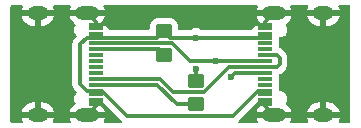
<source format=gtl>
G04 #@! TF.GenerationSoftware,KiCad,Pcbnew,8.0.4*
G04 #@! TF.CreationDate,2024-12-01T16:30:53-06:00*
G04 #@! TF.ProjectId,SuzyQ,53757a79-512e-46b6-9963-61645f706362,1.0*
G04 #@! TF.SameCoordinates,Original*
G04 #@! TF.FileFunction,Copper,L1,Top*
G04 #@! TF.FilePolarity,Positive*
%FSLAX46Y46*%
G04 Gerber Fmt 4.6, Leading zero omitted, Abs format (unit mm)*
G04 Created by KiCad (PCBNEW 8.0.4) date 2024-12-01 16:30:53*
%MOMM*%
%LPD*%
G01*
G04 APERTURE LIST*
G04 Aperture macros list*
%AMRoundRect*
0 Rectangle with rounded corners*
0 $1 Rounding radius*
0 $2 $3 $4 $5 $6 $7 $8 $9 X,Y pos of 4 corners*
0 Add a 4 corners polygon primitive as box body*
4,1,4,$2,$3,$4,$5,$6,$7,$8,$9,$2,$3,0*
0 Add four circle primitives for the rounded corners*
1,1,$1+$1,$2,$3*
1,1,$1+$1,$4,$5*
1,1,$1+$1,$6,$7*
1,1,$1+$1,$8,$9*
0 Add four rect primitives between the rounded corners*
20,1,$1+$1,$2,$3,$4,$5,0*
20,1,$1+$1,$4,$5,$6,$7,0*
20,1,$1+$1,$6,$7,$8,$9,0*
20,1,$1+$1,$8,$9,$2,$3,0*%
G04 Aperture macros list end*
G04 #@! TA.AperFunction,SMDPad,CuDef*
%ADD10RoundRect,0.250000X0.450000X-0.350000X0.450000X0.350000X-0.450000X0.350000X-0.450000X-0.350000X0*%
G04 #@! TD*
G04 #@! TA.AperFunction,SMDPad,CuDef*
%ADD11R,1.300000X0.300000*%
G04 #@! TD*
G04 #@! TA.AperFunction,ComponentPad*
%ADD12O,1.800000X1.200000*%
G04 #@! TD*
G04 #@! TA.AperFunction,ComponentPad*
%ADD13O,2.000000X1.200000*%
G04 #@! TD*
G04 #@! TA.AperFunction,ViaPad*
%ADD14C,0.600000*%
G04 #@! TD*
G04 #@! TA.AperFunction,Conductor*
%ADD15C,0.300000*%
G04 #@! TD*
G04 APERTURE END LIST*
D10*
X125200000Y-90900000D03*
X125200000Y-88900000D03*
X122500000Y-86700000D03*
X122500000Y-84700000D03*
D11*
X131060000Y-90550000D03*
X131060000Y-89750000D03*
X131060000Y-89250000D03*
X131060000Y-88250000D03*
X131060000Y-86750000D03*
X131060000Y-85750000D03*
X131060000Y-85250000D03*
X131060000Y-84450000D03*
X131060000Y-84150000D03*
X131060000Y-84950000D03*
X131060000Y-86250000D03*
X131060000Y-87250000D03*
X131060000Y-87750000D03*
X131060000Y-88750000D03*
X131060000Y-90050000D03*
X131060000Y-90850000D03*
D12*
X136000000Y-91830000D03*
X136000000Y-83170000D03*
D13*
X131820000Y-83170000D03*
X131820000Y-91830000D03*
X116010000Y-83170000D03*
X116010000Y-91830000D03*
D12*
X111830000Y-91830000D03*
X111830000Y-83170000D03*
D11*
X116770000Y-84150000D03*
X116770000Y-84950000D03*
X116770000Y-86250000D03*
X116770000Y-87250000D03*
X116770000Y-87750000D03*
X116770000Y-88750000D03*
X116770000Y-90050000D03*
X116770000Y-90850000D03*
X116770000Y-90550000D03*
X116770000Y-89750000D03*
X116770000Y-89250000D03*
X116770000Y-88250000D03*
X116770000Y-86750000D03*
X116770000Y-85750000D03*
X116770000Y-85250000D03*
X116770000Y-84450000D03*
D14*
X126900000Y-87250000D03*
X128200000Y-88600000D03*
X125200000Y-85250000D03*
X125200000Y-87900000D03*
D15*
X126900000Y-87250000D02*
X131060000Y-87250000D01*
X124705456Y-87250000D02*
X126900000Y-87250000D01*
X128550000Y-88250000D02*
X128200000Y-88600000D01*
X131060000Y-88250000D02*
X128550000Y-88250000D01*
X125200000Y-88900000D02*
X125200000Y-87900000D01*
X132060000Y-87750000D02*
X131060000Y-87750000D01*
X132300000Y-87510000D02*
X132060000Y-87750000D01*
X132060000Y-86750000D02*
X132300000Y-86990000D01*
X131060000Y-86750000D02*
X132060000Y-86750000D01*
X132300000Y-86990000D02*
X132300000Y-87510000D01*
X115956016Y-85250000D02*
X116770000Y-85250000D01*
X115400000Y-89193984D02*
X115400000Y-85806016D01*
X115956016Y-89750000D02*
X115400000Y-89193984D01*
X115400000Y-85806016D02*
X115956016Y-85250000D01*
X116770000Y-89750000D02*
X115956016Y-89750000D01*
X131060000Y-84950000D02*
X131060000Y-85250000D01*
X131060000Y-84150000D02*
X131060000Y-84450000D01*
X131060000Y-90050000D02*
X131060000Y-89750000D01*
X131060000Y-90550000D02*
X131060000Y-90850000D01*
X116770000Y-84450000D02*
X116770000Y-84150000D01*
X116770000Y-90550000D02*
X116770000Y-90850000D01*
X131060000Y-83930000D02*
X131820000Y-83170000D01*
X131060000Y-84450000D02*
X131060000Y-83930000D01*
X131060000Y-90550000D02*
X131060000Y-91070000D01*
X131060000Y-91070000D02*
X131820000Y-91830000D01*
X116770000Y-83930000D02*
X116010000Y-83170000D01*
X116770000Y-84150000D02*
X116770000Y-83930000D01*
X116770000Y-90850000D02*
X116770000Y-91070000D01*
X116770000Y-91070000D02*
X116010000Y-91830000D01*
X123050000Y-85250000D02*
X122500000Y-84700000D01*
X131060000Y-85250000D02*
X123050000Y-85250000D01*
X121950000Y-85250000D02*
X116770000Y-85250000D01*
X122500000Y-84700000D02*
X121950000Y-85250000D01*
X130450000Y-89750000D02*
X131060000Y-89750000D01*
X128350000Y-91850000D02*
X130450000Y-89750000D01*
X119370000Y-91850000D02*
X128350000Y-91850000D01*
X116770000Y-89750000D02*
X117270000Y-89750000D01*
X117270000Y-89750000D02*
X119370000Y-91850000D01*
X123592894Y-90900000D02*
X125200000Y-90900000D01*
X121942894Y-89250000D02*
X123592894Y-90900000D01*
X116770000Y-89250000D02*
X121942894Y-89250000D01*
X122050000Y-86250000D02*
X122500000Y-86700000D01*
X116770000Y-86250000D02*
X122050000Y-86250000D01*
X122150000Y-88750000D02*
X116770000Y-88750000D01*
X123300000Y-89900000D02*
X122150000Y-88750000D01*
X125855456Y-89900000D02*
X123300000Y-89900000D01*
X128005456Y-87750000D02*
X125855456Y-89900000D01*
X131060000Y-87750000D02*
X128005456Y-87750000D01*
X116770000Y-85750000D02*
X123205456Y-85750000D01*
X123205456Y-85750000D02*
X124705456Y-87250000D01*
X116770000Y-89750000D02*
X116770000Y-90050000D01*
X116770000Y-85250000D02*
X116770000Y-84950000D01*
G04 #@! TA.AperFunction,Conductor*
G36*
X110501258Y-82520185D02*
G01*
X110547013Y-82572989D01*
X110556957Y-82642147D01*
X110544704Y-82680795D01*
X110510591Y-82747744D01*
X110457085Y-82912415D01*
X110455884Y-82919999D01*
X110455885Y-82920000D01*
X111214316Y-82920000D01*
X111209921Y-82924395D01*
X111157260Y-83015606D01*
X111130001Y-83117339D01*
X111130001Y-83222661D01*
X111157260Y-83324394D01*
X111209921Y-83415605D01*
X111214316Y-83420000D01*
X110455885Y-83420000D01*
X110457085Y-83427584D01*
X110510591Y-83592255D01*
X110589195Y-83746524D01*
X110690967Y-83886602D01*
X110813397Y-84009032D01*
X110953475Y-84110804D01*
X111107742Y-84189408D01*
X111272415Y-84242914D01*
X111443429Y-84270000D01*
X111580000Y-84270000D01*
X111580000Y-83569999D01*
X112080000Y-83569999D01*
X112080000Y-84270000D01*
X112216571Y-84270000D01*
X112387584Y-84242914D01*
X112552257Y-84189408D01*
X112706524Y-84110804D01*
X112846602Y-84009032D01*
X112969032Y-83886602D01*
X113070804Y-83746524D01*
X113149408Y-83592255D01*
X113202914Y-83427584D01*
X113204115Y-83420000D01*
X112445684Y-83420000D01*
X112450079Y-83415605D01*
X112502740Y-83324394D01*
X112529999Y-83222661D01*
X112529999Y-83117339D01*
X112502740Y-83015606D01*
X112450079Y-82924395D01*
X112445684Y-82920000D01*
X113204115Y-82920000D01*
X113204115Y-82919999D01*
X113202914Y-82912415D01*
X113149408Y-82747744D01*
X113115296Y-82680795D01*
X113102400Y-82612126D01*
X113128676Y-82547386D01*
X113185782Y-82507128D01*
X113225781Y-82500500D01*
X114514219Y-82500500D01*
X114581258Y-82520185D01*
X114627013Y-82572989D01*
X114636957Y-82642147D01*
X114624704Y-82680795D01*
X114590591Y-82747744D01*
X114537085Y-82912415D01*
X114535884Y-82919999D01*
X114535885Y-82920000D01*
X115294304Y-82920000D01*
X115289909Y-82924395D01*
X115237248Y-83015606D01*
X115209989Y-83117339D01*
X115209989Y-83222661D01*
X115237248Y-83324394D01*
X115289909Y-83415605D01*
X115294304Y-83420000D01*
X114535885Y-83420000D01*
X114537085Y-83427584D01*
X114590591Y-83592255D01*
X114669195Y-83746524D01*
X114770967Y-83886602D01*
X114893401Y-84009036D01*
X114971427Y-84065724D01*
X115014094Y-84121054D01*
X115020073Y-84190667D01*
X115001646Y-84234933D01*
X114955691Y-84303709D01*
X114955687Y-84303716D01*
X114908538Y-84417545D01*
X114908535Y-84417555D01*
X114884500Y-84538389D01*
X114884500Y-84661610D01*
X114908535Y-84782444D01*
X114908538Y-84782454D01*
X114955687Y-84896283D01*
X114955692Y-84896292D01*
X115024141Y-84998732D01*
X115024144Y-84998736D01*
X115068057Y-85042649D01*
X115101542Y-85103972D01*
X115096558Y-85173664D01*
X115068058Y-85218011D01*
X114894722Y-85391348D01*
X114850490Y-85457545D01*
X114850491Y-85457546D01*
X114823534Y-85497890D01*
X114774499Y-85616271D01*
X114774497Y-85616277D01*
X114749500Y-85741944D01*
X114749500Y-89258055D01*
X114772861Y-89375493D01*
X114772861Y-89375496D01*
X114772862Y-89375496D01*
X114774499Y-89383729D01*
X114823534Y-89502109D01*
X114823535Y-89502111D01*
X114856955Y-89552128D01*
X114894726Y-89608657D01*
X114894727Y-89608658D01*
X115068058Y-89781988D01*
X115101543Y-89843311D01*
X115096559Y-89913002D01*
X115068058Y-89957350D01*
X115024144Y-90001263D01*
X115024141Y-90001267D01*
X114955692Y-90103707D01*
X114955687Y-90103716D01*
X114908538Y-90217545D01*
X114908535Y-90217555D01*
X114884500Y-90338389D01*
X114884500Y-90461610D01*
X114908535Y-90582444D01*
X114908538Y-90582454D01*
X114955687Y-90696283D01*
X114955692Y-90696292D01*
X115001645Y-90765065D01*
X115022523Y-90831743D01*
X115004038Y-90899123D01*
X114971428Y-90934274D01*
X114893404Y-90990961D01*
X114893399Y-90990965D01*
X114770967Y-91113397D01*
X114669195Y-91253475D01*
X114590591Y-91407744D01*
X114537085Y-91572415D01*
X114535884Y-91579999D01*
X114535885Y-91580000D01*
X115294329Y-91580000D01*
X115289934Y-91584395D01*
X115237273Y-91675606D01*
X115210014Y-91777339D01*
X115210014Y-91882661D01*
X115237273Y-91984394D01*
X115289934Y-92075605D01*
X115294329Y-92080000D01*
X114535885Y-92080000D01*
X114537085Y-92087584D01*
X114590591Y-92252255D01*
X114624704Y-92319205D01*
X114637600Y-92387874D01*
X114611324Y-92452614D01*
X114554218Y-92492872D01*
X114514219Y-92499500D01*
X113225781Y-92499500D01*
X113158742Y-92479815D01*
X113112987Y-92427011D01*
X113103043Y-92357853D01*
X113115296Y-92319205D01*
X113149408Y-92252255D01*
X113202914Y-92087584D01*
X113204115Y-92080000D01*
X112445684Y-92080000D01*
X112450079Y-92075605D01*
X112502740Y-91984394D01*
X112529999Y-91882661D01*
X112529999Y-91777339D01*
X112502740Y-91675606D01*
X112450079Y-91584395D01*
X112445684Y-91580000D01*
X113204115Y-91580000D01*
X113204115Y-91579999D01*
X113202914Y-91572415D01*
X113149408Y-91407744D01*
X113070804Y-91253475D01*
X112969032Y-91113397D01*
X112846602Y-90990967D01*
X112706524Y-90889195D01*
X112552257Y-90810591D01*
X112387584Y-90757085D01*
X112216571Y-90730000D01*
X112080000Y-90730000D01*
X112080000Y-91430001D01*
X111580000Y-91430001D01*
X111580000Y-90730000D01*
X111443429Y-90730000D01*
X111272415Y-90757085D01*
X111107742Y-90810591D01*
X110953475Y-90889195D01*
X110813397Y-90990967D01*
X110690967Y-91113397D01*
X110589195Y-91253475D01*
X110510591Y-91407744D01*
X110457085Y-91572415D01*
X110455884Y-91579999D01*
X110455885Y-91580000D01*
X111214316Y-91580000D01*
X111209921Y-91584395D01*
X111157260Y-91675606D01*
X111130001Y-91777339D01*
X111130001Y-91882661D01*
X111157260Y-91984394D01*
X111209921Y-92075605D01*
X111214316Y-92080000D01*
X110455885Y-92080000D01*
X110457085Y-92087584D01*
X110510591Y-92252255D01*
X110544704Y-92319205D01*
X110557600Y-92387874D01*
X110531324Y-92452614D01*
X110474218Y-92492872D01*
X110434219Y-92499500D01*
X109624500Y-92499500D01*
X109557461Y-92479815D01*
X109511706Y-92427011D01*
X109500500Y-92375500D01*
X109500500Y-82624500D01*
X109520185Y-82557461D01*
X109572989Y-82511706D01*
X109624500Y-82500500D01*
X110434219Y-82500500D01*
X110501258Y-82520185D01*
G37*
G04 #@! TD.AperFunction*
G04 #@! TA.AperFunction,Conductor*
G36*
X117316230Y-90720184D02*
G01*
X117336872Y-90736818D01*
X118887872Y-92287819D01*
X118921357Y-92349142D01*
X118916373Y-92418834D01*
X118874501Y-92474767D01*
X118809037Y-92499184D01*
X118800191Y-92499500D01*
X117505781Y-92499500D01*
X117438742Y-92479815D01*
X117392987Y-92427011D01*
X117383043Y-92357853D01*
X117395296Y-92319205D01*
X117429408Y-92252255D01*
X117482914Y-92087584D01*
X117484115Y-92080000D01*
X116725671Y-92080000D01*
X116730066Y-92075605D01*
X116782727Y-91984394D01*
X116809986Y-91882661D01*
X116809986Y-91777339D01*
X116782727Y-91675606D01*
X116730066Y-91584395D01*
X116725671Y-91580000D01*
X117484115Y-91580000D01*
X117484115Y-91579999D01*
X117482914Y-91572415D01*
X117429408Y-91407744D01*
X117350804Y-91253475D01*
X117249032Y-91113397D01*
X117126600Y-90990965D01*
X117126595Y-90990961D01*
X117035555Y-90924817D01*
X116992889Y-90869488D01*
X116986910Y-90799874D01*
X117019515Y-90738079D01*
X117080354Y-90703722D01*
X117108440Y-90700499D01*
X117249191Y-90700499D01*
X117316230Y-90720184D01*
G37*
G04 #@! TD.AperFunction*
G04 #@! TA.AperFunction,Conductor*
G36*
X130788599Y-90720184D02*
G01*
X130834354Y-90772988D01*
X130844298Y-90842146D01*
X130815273Y-90905702D01*
X130794445Y-90924817D01*
X130703404Y-90990961D01*
X130703399Y-90990965D01*
X130580967Y-91113397D01*
X130479195Y-91253475D01*
X130400591Y-91407744D01*
X130347085Y-91572415D01*
X130345884Y-91579999D01*
X130345885Y-91580000D01*
X131104304Y-91580000D01*
X131099909Y-91584395D01*
X131047248Y-91675606D01*
X131019989Y-91777339D01*
X131019989Y-91882661D01*
X131047248Y-91984394D01*
X131099909Y-92075605D01*
X131104304Y-92080000D01*
X130345885Y-92080000D01*
X130347085Y-92087584D01*
X130400591Y-92252255D01*
X130434704Y-92319205D01*
X130447600Y-92387874D01*
X130421324Y-92452614D01*
X130364218Y-92492872D01*
X130324219Y-92499500D01*
X128919809Y-92499500D01*
X128852770Y-92479815D01*
X128807015Y-92427011D01*
X128797071Y-92357853D01*
X128826096Y-92294297D01*
X128832128Y-92287819D01*
X130383127Y-90736818D01*
X130444450Y-90703333D01*
X130470808Y-90700499D01*
X130721560Y-90700499D01*
X130788599Y-90720184D01*
G37*
G04 #@! TD.AperFunction*
G04 #@! TA.AperFunction,Conductor*
G36*
X134671258Y-82520185D02*
G01*
X134717013Y-82572989D01*
X134726957Y-82642147D01*
X134714704Y-82680795D01*
X134680591Y-82747744D01*
X134627085Y-82912415D01*
X134625884Y-82919999D01*
X134625885Y-82920000D01*
X135384316Y-82920000D01*
X135379921Y-82924395D01*
X135327260Y-83015606D01*
X135300001Y-83117339D01*
X135300001Y-83222661D01*
X135327260Y-83324394D01*
X135379921Y-83415605D01*
X135384316Y-83420000D01*
X134625885Y-83420000D01*
X134627085Y-83427584D01*
X134680591Y-83592255D01*
X134759195Y-83746524D01*
X134860967Y-83886602D01*
X134983397Y-84009032D01*
X135123475Y-84110804D01*
X135277742Y-84189408D01*
X135442415Y-84242914D01*
X135613429Y-84270000D01*
X135750000Y-84270000D01*
X135750000Y-83569999D01*
X136250000Y-83569999D01*
X136250000Y-84270000D01*
X136386571Y-84270000D01*
X136557584Y-84242914D01*
X136722257Y-84189408D01*
X136876524Y-84110804D01*
X137016602Y-84009032D01*
X137139032Y-83886602D01*
X137240804Y-83746524D01*
X137319408Y-83592255D01*
X137372914Y-83427584D01*
X137374115Y-83420000D01*
X136615684Y-83420000D01*
X136620079Y-83415605D01*
X136672740Y-83324394D01*
X136699999Y-83222661D01*
X136699999Y-83117339D01*
X136672740Y-83015606D01*
X136620079Y-82924395D01*
X136615684Y-82920000D01*
X137374115Y-82920000D01*
X137374115Y-82919999D01*
X137372914Y-82912415D01*
X137319408Y-82747744D01*
X137285296Y-82680795D01*
X137272400Y-82612126D01*
X137298676Y-82547386D01*
X137355782Y-82507128D01*
X137395781Y-82500500D01*
X138165500Y-82500500D01*
X138232539Y-82520185D01*
X138278294Y-82572989D01*
X138289500Y-82624500D01*
X138289500Y-92375500D01*
X138269815Y-92442539D01*
X138217011Y-92488294D01*
X138165500Y-92499500D01*
X137395781Y-92499500D01*
X137328742Y-92479815D01*
X137282987Y-92427011D01*
X137273043Y-92357853D01*
X137285296Y-92319205D01*
X137319408Y-92252255D01*
X137372914Y-92087584D01*
X137374115Y-92080000D01*
X136615684Y-92080000D01*
X136620079Y-92075605D01*
X136672740Y-91984394D01*
X136699999Y-91882661D01*
X136699999Y-91777339D01*
X136672740Y-91675606D01*
X136620079Y-91584395D01*
X136615684Y-91580000D01*
X137374115Y-91580000D01*
X137374115Y-91579999D01*
X137372914Y-91572415D01*
X137319408Y-91407744D01*
X137240804Y-91253475D01*
X137139032Y-91113397D01*
X137016602Y-90990967D01*
X136876524Y-90889195D01*
X136722257Y-90810591D01*
X136557584Y-90757085D01*
X136386571Y-90730000D01*
X136250000Y-90730000D01*
X136250000Y-91430001D01*
X135750000Y-91430001D01*
X135750000Y-90730000D01*
X135613429Y-90730000D01*
X135442415Y-90757085D01*
X135277742Y-90810591D01*
X135123475Y-90889195D01*
X134983397Y-90990967D01*
X134860967Y-91113397D01*
X134759195Y-91253475D01*
X134680591Y-91407744D01*
X134627085Y-91572415D01*
X134625884Y-91579999D01*
X134625885Y-91580000D01*
X135384316Y-91580000D01*
X135379921Y-91584395D01*
X135327260Y-91675606D01*
X135300001Y-91777339D01*
X135300001Y-91882661D01*
X135327260Y-91984394D01*
X135379921Y-92075605D01*
X135384316Y-92080000D01*
X134625885Y-92080000D01*
X134627085Y-92087584D01*
X134680591Y-92252255D01*
X134714704Y-92319205D01*
X134727600Y-92387874D01*
X134701324Y-92452614D01*
X134644218Y-92492872D01*
X134604219Y-92499500D01*
X133315781Y-92499500D01*
X133248742Y-92479815D01*
X133202987Y-92427011D01*
X133193043Y-92357853D01*
X133205296Y-92319205D01*
X133239408Y-92252255D01*
X133292914Y-92087584D01*
X133294115Y-92080000D01*
X132535696Y-92080000D01*
X132540091Y-92075605D01*
X132592752Y-91984394D01*
X132620011Y-91882661D01*
X132620011Y-91777339D01*
X132592752Y-91675606D01*
X132540091Y-91584395D01*
X132535696Y-91580000D01*
X133294115Y-91580000D01*
X133294115Y-91579999D01*
X133292914Y-91572415D01*
X133239408Y-91407744D01*
X133160804Y-91253475D01*
X133059032Y-91113397D01*
X132936602Y-90990967D01*
X132858571Y-90934275D01*
X132815905Y-90878945D01*
X132809926Y-90809332D01*
X132828354Y-90765065D01*
X132874311Y-90696286D01*
X132921463Y-90582452D01*
X132945500Y-90461606D01*
X132945500Y-90338394D01*
X132921463Y-90217548D01*
X132874311Y-90103714D01*
X132874310Y-90103713D01*
X132874307Y-90103707D01*
X132805858Y-90001267D01*
X132805855Y-90001263D01*
X132718736Y-89914144D01*
X132718732Y-89914141D01*
X132616292Y-89845692D01*
X132616283Y-89845687D01*
X132502454Y-89798538D01*
X132502455Y-89798538D01*
X132502452Y-89798537D01*
X132502448Y-89798536D01*
X132502444Y-89798535D01*
X132381610Y-89774500D01*
X132381606Y-89774500D01*
X132334499Y-89774500D01*
X132267460Y-89754815D01*
X132221705Y-89702011D01*
X132210499Y-89650500D01*
X132210499Y-89552128D01*
X132210498Y-89552111D01*
X132206320Y-89513253D01*
X132206320Y-89486747D01*
X132210500Y-89447873D01*
X132210499Y-89052128D01*
X132210499Y-89052124D01*
X132210498Y-89052111D01*
X132206320Y-89013253D01*
X132206320Y-88986747D01*
X132210500Y-88947873D01*
X132210499Y-88552128D01*
X132210498Y-88552111D01*
X132206320Y-88513253D01*
X132206320Y-88486747D01*
X132208950Y-88462287D01*
X132235688Y-88397739D01*
X132284786Y-88360986D01*
X132368127Y-88326465D01*
X132386679Y-88314069D01*
X132474669Y-88255277D01*
X132805276Y-87924670D01*
X132876465Y-87818127D01*
X132925501Y-87699744D01*
X132925501Y-87699740D01*
X132925503Y-87699737D01*
X132934162Y-87656205D01*
X132934162Y-87656204D01*
X132950500Y-87574071D01*
X132950500Y-86925928D01*
X132925502Y-86800261D01*
X132925501Y-86800260D01*
X132925501Y-86800256D01*
X132876465Y-86681873D01*
X132876464Y-86681872D01*
X132876461Y-86681866D01*
X132821426Y-86599501D01*
X132821424Y-86599498D01*
X132805278Y-86575332D01*
X132805276Y-86575330D01*
X132474674Y-86244727D01*
X132474673Y-86244726D01*
X132368124Y-86173533D01*
X132284785Y-86139013D01*
X132230382Y-86095172D01*
X132208948Y-86037708D01*
X132206319Y-86013245D01*
X132206319Y-85986747D01*
X132210500Y-85947873D01*
X132210499Y-85552128D01*
X132210498Y-85552111D01*
X132206320Y-85513253D01*
X132206320Y-85486747D01*
X132210500Y-85447873D01*
X132210500Y-85349500D01*
X132230185Y-85282461D01*
X132282989Y-85236706D01*
X132334500Y-85225500D01*
X132381607Y-85225500D01*
X132381608Y-85225499D01*
X132502452Y-85201463D01*
X132616286Y-85154311D01*
X132718733Y-85085858D01*
X132805858Y-84998733D01*
X132874311Y-84896286D01*
X132921463Y-84782452D01*
X132945500Y-84661606D01*
X132945500Y-84538394D01*
X132921463Y-84417548D01*
X132874311Y-84303714D01*
X132874308Y-84303709D01*
X132874307Y-84303707D01*
X132828354Y-84234934D01*
X132807476Y-84168257D01*
X132825960Y-84100876D01*
X132858572Y-84065724D01*
X132936598Y-84009036D01*
X133059032Y-83886602D01*
X133160804Y-83746524D01*
X133239408Y-83592255D01*
X133292914Y-83427584D01*
X133294115Y-83420000D01*
X132535671Y-83420000D01*
X132540066Y-83415605D01*
X132592727Y-83324394D01*
X132619986Y-83222661D01*
X132619986Y-83117339D01*
X132592727Y-83015606D01*
X132540066Y-82924395D01*
X132535671Y-82920000D01*
X133294115Y-82920000D01*
X133294115Y-82919999D01*
X133292914Y-82912415D01*
X133239408Y-82747744D01*
X133205296Y-82680795D01*
X133192400Y-82612126D01*
X133218676Y-82547386D01*
X133275782Y-82507128D01*
X133315781Y-82500500D01*
X134604219Y-82500500D01*
X134671258Y-82520185D01*
G37*
G04 #@! TD.AperFunction*
G04 #@! TA.AperFunction,Conductor*
G36*
X130391258Y-82520185D02*
G01*
X130437013Y-82572989D01*
X130446957Y-82642147D01*
X130434704Y-82680795D01*
X130400591Y-82747744D01*
X130347085Y-82912415D01*
X130345884Y-82919999D01*
X130345885Y-82920000D01*
X131104329Y-82920000D01*
X131099934Y-82924395D01*
X131047273Y-83015606D01*
X131020014Y-83117339D01*
X131020014Y-83222661D01*
X131047273Y-83324394D01*
X131099934Y-83415605D01*
X131104329Y-83420000D01*
X130345885Y-83420000D01*
X130347085Y-83427584D01*
X130400591Y-83592255D01*
X130479195Y-83746524D01*
X130580967Y-83886602D01*
X130703397Y-84009032D01*
X130794444Y-84075181D01*
X130837110Y-84130511D01*
X130843089Y-84200125D01*
X130810484Y-84261920D01*
X130749645Y-84296277D01*
X130721559Y-84299500D01*
X130362130Y-84299500D01*
X130362123Y-84299501D01*
X130302516Y-84305908D01*
X130167671Y-84356202D01*
X130167664Y-84356206D01*
X130052456Y-84442452D01*
X130052455Y-84442453D01*
X130052454Y-84442454D01*
X129972087Y-84549811D01*
X129916153Y-84591682D01*
X129872820Y-84599500D01*
X125705068Y-84599500D01*
X125639096Y-84580494D01*
X125549522Y-84524210D01*
X125549518Y-84524209D01*
X125379262Y-84464633D01*
X125379249Y-84464630D01*
X125200004Y-84444435D01*
X125199996Y-84444435D01*
X125020750Y-84464630D01*
X125020737Y-84464633D01*
X124850481Y-84524209D01*
X124850477Y-84524210D01*
X124760904Y-84580494D01*
X124694932Y-84599500D01*
X123824499Y-84599500D01*
X123757460Y-84579815D01*
X123711705Y-84527011D01*
X123700499Y-84475500D01*
X123700499Y-84299998D01*
X123700498Y-84299981D01*
X123689999Y-84197203D01*
X123689998Y-84197200D01*
X123667899Y-84130511D01*
X123634814Y-84030666D01*
X123542712Y-83881344D01*
X123418656Y-83757288D01*
X123269334Y-83665186D01*
X123102797Y-83610001D01*
X123102795Y-83610000D01*
X123000010Y-83599500D01*
X121999998Y-83599500D01*
X121999980Y-83599501D01*
X121897203Y-83610000D01*
X121897200Y-83610001D01*
X121730668Y-83665185D01*
X121730663Y-83665187D01*
X121581342Y-83757289D01*
X121457289Y-83881342D01*
X121365187Y-84030663D01*
X121365186Y-84030666D01*
X121310001Y-84197203D01*
X121310001Y-84197204D01*
X121310000Y-84197204D01*
X121299500Y-84299983D01*
X121299500Y-84475500D01*
X121279815Y-84542539D01*
X121227011Y-84588294D01*
X121175500Y-84599500D01*
X117957180Y-84599500D01*
X117890141Y-84579815D01*
X117857913Y-84549811D01*
X117777546Y-84442454D01*
X117744272Y-84417545D01*
X117662335Y-84356206D01*
X117662328Y-84356202D01*
X117527482Y-84305908D01*
X117527483Y-84305908D01*
X117467883Y-84299501D01*
X117467881Y-84299500D01*
X117467873Y-84299500D01*
X117108441Y-84299500D01*
X117041402Y-84279815D01*
X116995647Y-84227011D01*
X116985703Y-84157853D01*
X117014728Y-84094297D01*
X117035556Y-84075181D01*
X117126602Y-84009032D01*
X117249032Y-83886602D01*
X117350804Y-83746524D01*
X117429408Y-83592255D01*
X117482914Y-83427584D01*
X117484115Y-83420000D01*
X116725696Y-83420000D01*
X116730091Y-83415605D01*
X116782752Y-83324394D01*
X116810011Y-83222661D01*
X116810011Y-83117339D01*
X116782752Y-83015606D01*
X116730091Y-82924395D01*
X116725696Y-82920000D01*
X117484115Y-82920000D01*
X117484115Y-82919999D01*
X117482914Y-82912415D01*
X117429408Y-82747744D01*
X117395296Y-82680795D01*
X117382400Y-82612126D01*
X117408676Y-82547386D01*
X117465782Y-82507128D01*
X117505781Y-82500500D01*
X130324219Y-82500500D01*
X130391258Y-82520185D01*
G37*
G04 #@! TD.AperFunction*
M02*

</source>
